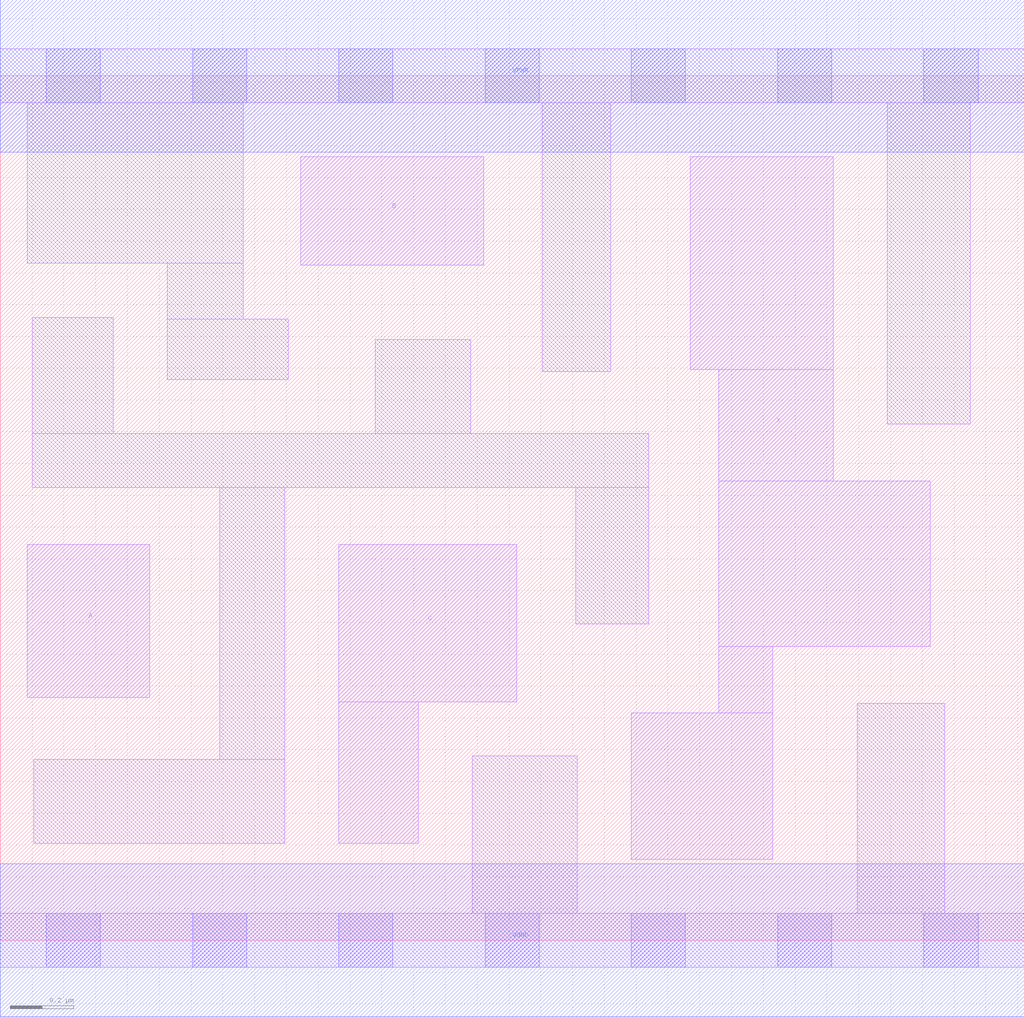
<source format=lef>
# Copyright 2020 The SkyWater PDK Authors
#
# Licensed under the Apache License, Version 2.0 (the "License");
# you may not use this file except in compliance with the License.
# You may obtain a copy of the License at
#
#     https://www.apache.org/licenses/LICENSE-2.0
#
# Unless required by applicable law or agreed to in writing, software
# distributed under the License is distributed on an "AS IS" BASIS,
# WITHOUT WARRANTIES OR CONDITIONS OF ANY KIND, either express or implied.
# See the License for the specific language governing permissions and
# limitations under the License.
#
# SPDX-License-Identifier: Apache-2.0

VERSION 5.7 ;
BUSBITCHARS "[]" ;
DIVIDERCHAR "/" ;
PROPERTYDEFINITIONS
  MACRO maskLayoutSubType STRING ;
  MACRO prCellType STRING ;
  MACRO originalViewName STRING ;
END PROPERTYDEFINITIONS
MACRO sky130_fd_sc_hdll__and3_2
  ORIGIN  0.000000  0.000000 ;
  CLASS CORE ;
  SYMMETRY X Y R90 ;
  SIZE  3.220000 BY  2.720000 ;
  SITE unithd ;
  PIN A
    ANTENNAGATEAREA  0.138600 ;
    DIRECTION INPUT ;
    USE SIGNAL ;
    PORT
      LAYER li1 ;
        RECT 0.085000 0.765000 0.470000 1.245000 ;
    END
  END A
  PIN B
    ANTENNAGATEAREA  0.138600 ;
    DIRECTION INPUT ;
    USE SIGNAL ;
    PORT
      LAYER li1 ;
        RECT 0.945000 2.125000 1.520000 2.465000 ;
    END
  END B
  PIN C
    ANTENNAGATEAREA  0.138600 ;
    DIRECTION INPUT ;
    USE SIGNAL ;
    PORT
      LAYER li1 ;
        RECT 1.065000 0.305000 1.315000 0.750000 ;
        RECT 1.065000 0.750000 1.625000 1.245000 ;
    END
  END C
  PIN X
    ANTENNADIFFAREA  0.511000 ;
    DIRECTION OUTPUT ;
    USE SIGNAL ;
    PORT
      LAYER li1 ;
        RECT 1.985000 0.255000 2.430000 0.715000 ;
        RECT 2.170000 1.795000 2.620000 2.465000 ;
        RECT 2.260000 0.715000 2.430000 0.925000 ;
        RECT 2.260000 0.925000 2.925000 1.445000 ;
        RECT 2.260000 1.445000 2.620000 1.795000 ;
    END
  END X
  PIN VGND
    DIRECTION INOUT ;
    USE GROUND ;
    PORT
      LAYER met1 ;
        RECT 0.000000 -0.240000 3.220000 0.240000 ;
    END
  END VGND
  PIN VNB
    DIRECTION INOUT ;
    USE GROUND ;
    PORT
    END
  END VNB
  PIN VPB
    DIRECTION INOUT ;
    USE POWER ;
    PORT
    END
  END VPB
  PIN VPWR
    DIRECTION INOUT ;
    USE POWER ;
    PORT
      LAYER met1 ;
        RECT 0.000000 2.480000 3.220000 2.960000 ;
    END
  END VPWR
  OBS
    LAYER li1 ;
      RECT 0.000000 -0.085000 3.220000 0.085000 ;
      RECT 0.000000  2.635000 3.220000 2.805000 ;
      RECT 0.085000  2.130000 0.765000 2.635000 ;
      RECT 0.100000  1.425000 2.040000 1.595000 ;
      RECT 0.100000  1.595000 0.355000 1.960000 ;
      RECT 0.105000  0.305000 0.895000 0.570000 ;
      RECT 0.525000  1.765000 0.905000 1.955000 ;
      RECT 0.525000  1.955000 0.765000 2.130000 ;
      RECT 0.690000  0.570000 0.895000 1.425000 ;
      RECT 1.180000  1.595000 1.480000 1.890000 ;
      RECT 1.485000  0.085000 1.815000 0.580000 ;
      RECT 1.705000  1.790000 1.920000 2.635000 ;
      RECT 1.810000  0.995000 2.040000 1.425000 ;
      RECT 2.695000  0.085000 2.970000 0.745000 ;
      RECT 2.790000  1.625000 3.050000 2.635000 ;
    LAYER mcon ;
      RECT 0.145000 -0.085000 0.315000 0.085000 ;
      RECT 0.145000  2.635000 0.315000 2.805000 ;
      RECT 0.605000 -0.085000 0.775000 0.085000 ;
      RECT 0.605000  2.635000 0.775000 2.805000 ;
      RECT 1.065000 -0.085000 1.235000 0.085000 ;
      RECT 1.065000  2.635000 1.235000 2.805000 ;
      RECT 1.525000 -0.085000 1.695000 0.085000 ;
      RECT 1.525000  2.635000 1.695000 2.805000 ;
      RECT 1.985000 -0.085000 2.155000 0.085000 ;
      RECT 1.985000  2.635000 2.155000 2.805000 ;
      RECT 2.445000 -0.085000 2.615000 0.085000 ;
      RECT 2.445000  2.635000 2.615000 2.805000 ;
      RECT 2.905000 -0.085000 3.075000 0.085000 ;
      RECT 2.905000  2.635000 3.075000 2.805000 ;
  END
  PROPERTY maskLayoutSubType "abstract" ;
  PROPERTY prCellType "standard" ;
  PROPERTY originalViewName "layout" ;
END sky130_fd_sc_hdll__and3_2
END LIBRARY

</source>
